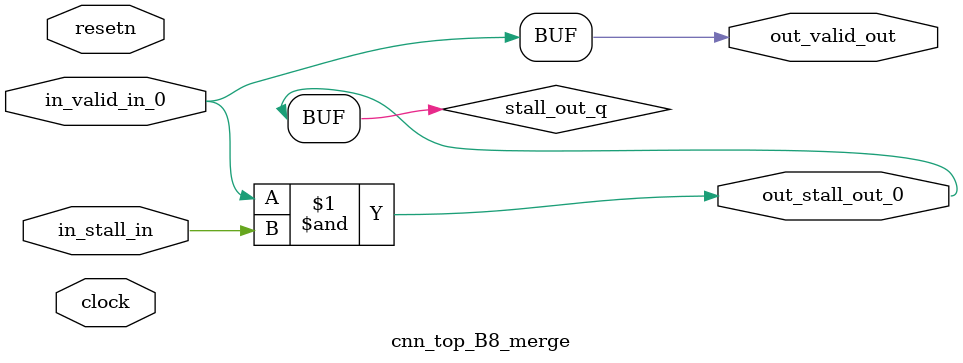
<source format=sv>



(* altera_attribute = "-name AUTO_SHIFT_REGISTER_RECOGNITION OFF; -name MESSAGE_DISABLE 10036; -name MESSAGE_DISABLE 10037; -name MESSAGE_DISABLE 14130; -name MESSAGE_DISABLE 14320; -name MESSAGE_DISABLE 15400; -name MESSAGE_DISABLE 14130; -name MESSAGE_DISABLE 10036; -name MESSAGE_DISABLE 12020; -name MESSAGE_DISABLE 12030; -name MESSAGE_DISABLE 12010; -name MESSAGE_DISABLE 12110; -name MESSAGE_DISABLE 14320; -name MESSAGE_DISABLE 13410; -name MESSAGE_DISABLE 113007; -name MESSAGE_DISABLE 10958" *)
module cnn_top_B8_merge (
    input wire [0:0] in_stall_in,
    input wire [0:0] in_valid_in_0,
    output wire [0:0] out_stall_out_0,
    output wire [0:0] out_valid_out,
    input wire clock,
    input wire resetn
    );

    wire [0:0] stall_out_q;


    // stall_out(LOGICAL,6)
    assign stall_out_q = in_valid_in_0 & in_stall_in;

    // out_stall_out_0(GPOUT,4)
    assign out_stall_out_0 = stall_out_q;

    // out_valid_out(GPOUT,5)
    assign out_valid_out = in_valid_in_0;

endmodule

</source>
